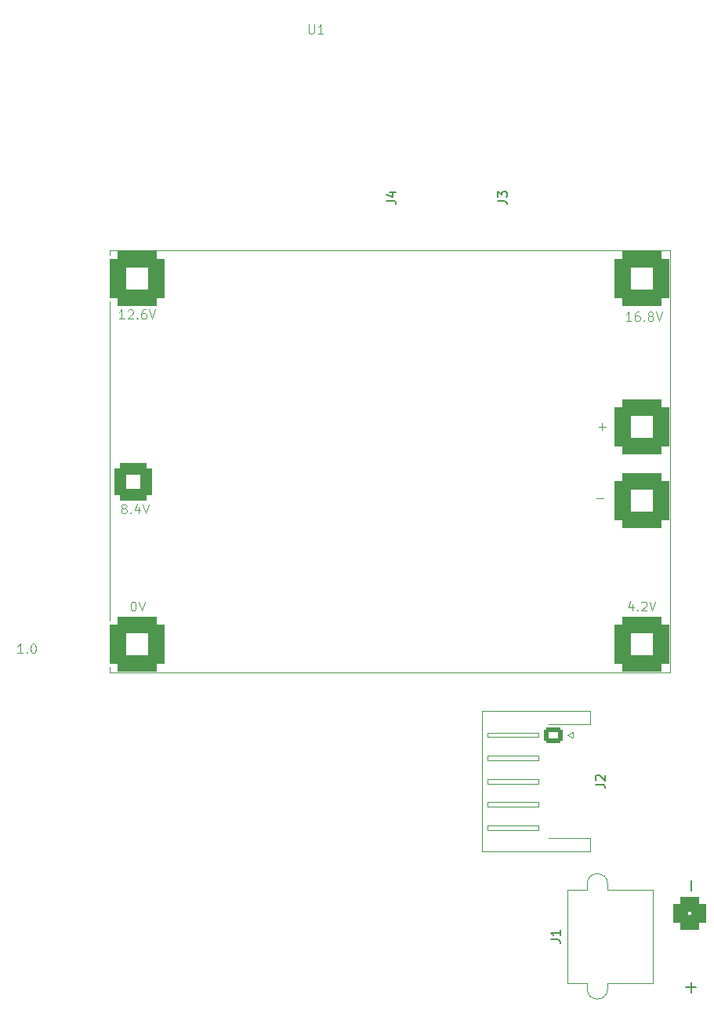
<source format=gto>
G04 #@! TF.GenerationSoftware,KiCad,Pcbnew,9.0.5*
G04 #@! TF.CreationDate,2025-12-18T19:52:08+01:00*
G04 #@! TF.ProjectId,peak-ignitor-box-bms,7065616b-2d69-4676-9e69-746f722d626f,rev?*
G04 #@! TF.SameCoordinates,Original*
G04 #@! TF.FileFunction,Legend,Top*
G04 #@! TF.FilePolarity,Positive*
%FSLAX46Y46*%
G04 Gerber Fmt 4.6, Leading zero omitted, Abs format (unit mm)*
G04 Created by KiCad (PCBNEW 9.0.5) date 2025-12-18 19:52:08*
%MOMM*%
%LPD*%
G01*
G04 APERTURE LIST*
G04 Aperture macros list*
%AMRoundRect*
0 Rectangle with rounded corners*
0 $1 Rounding radius*
0 $2 $3 $4 $5 $6 $7 $8 $9 X,Y pos of 4 corners*
0 Add a 4 corners polygon primitive as box body*
4,1,4,$2,$3,$4,$5,$6,$7,$8,$9,$2,$3,0*
0 Add four circle primitives for the rounded corners*
1,1,$1+$1,$2,$3*
1,1,$1+$1,$4,$5*
1,1,$1+$1,$6,$7*
1,1,$1+$1,$8,$9*
0 Add four rect primitives between the rounded corners*
20,1,$1+$1,$2,$3,$4,$5,0*
20,1,$1+$1,$4,$5,$6,$7,0*
20,1,$1+$1,$6,$7,$8,$9,0*
20,1,$1+$1,$8,$9,$2,$3,0*%
G04 Aperture macros list end*
%ADD10C,0.100000*%
%ADD11C,0.150000*%
%ADD12C,0.120000*%
%ADD13C,7.500000*%
%ADD14RoundRect,0.250000X-0.725000X0.600000X-0.725000X-0.600000X0.725000X-0.600000X0.725000X0.600000X0*%
%ADD15O,1.950000X1.700000*%
%ADD16RoundRect,0.900000X-2.100000X-2.100000X2.100000X-2.100000X2.100000X2.100000X-2.100000X2.100000X0*%
%ADD17RoundRect,0.600000X-1.400000X-1.400000X1.400000X-1.400000X1.400000X1.400000X-1.400000X1.400000X0*%
%ADD18C,1.400000*%
%ADD19RoundRect,0.770000X0.980000X-0.980000X0.980000X0.980000X-0.980000X0.980000X-0.980000X-0.980000X0*%
%ADD20C,3.500000*%
G04 APERTURE END LIST*
D10*
X80827693Y-77122419D02*
X80256265Y-77122419D01*
X80541979Y-77122419D02*
X80541979Y-76122419D01*
X80541979Y-76122419D02*
X80446741Y-76265276D01*
X80446741Y-76265276D02*
X80351503Y-76360514D01*
X80351503Y-76360514D02*
X80256265Y-76408133D01*
X81256265Y-77027180D02*
X81303884Y-77074800D01*
X81303884Y-77074800D02*
X81256265Y-77122419D01*
X81256265Y-77122419D02*
X81208646Y-77074800D01*
X81208646Y-77074800D02*
X81256265Y-77027180D01*
X81256265Y-77027180D02*
X81256265Y-77122419D01*
X81922931Y-76122419D02*
X82018169Y-76122419D01*
X82018169Y-76122419D02*
X82113407Y-76170038D01*
X82113407Y-76170038D02*
X82161026Y-76217657D01*
X82161026Y-76217657D02*
X82208645Y-76312895D01*
X82208645Y-76312895D02*
X82256264Y-76503371D01*
X82256264Y-76503371D02*
X82256264Y-76741466D01*
X82256264Y-76741466D02*
X82208645Y-76931942D01*
X82208645Y-76931942D02*
X82161026Y-77027180D01*
X82161026Y-77027180D02*
X82113407Y-77074800D01*
X82113407Y-77074800D02*
X82018169Y-77122419D01*
X82018169Y-77122419D02*
X81922931Y-77122419D01*
X81922931Y-77122419D02*
X81827693Y-77074800D01*
X81827693Y-77074800D02*
X81780074Y-77027180D01*
X81780074Y-77027180D02*
X81732455Y-76931942D01*
X81732455Y-76931942D02*
X81684836Y-76741466D01*
X81684836Y-76741466D02*
X81684836Y-76503371D01*
X81684836Y-76503371D02*
X81732455Y-76312895D01*
X81732455Y-76312895D02*
X81780074Y-76217657D01*
X81780074Y-76217657D02*
X81827693Y-76170038D01*
X81827693Y-76170038D02*
X81922931Y-76122419D01*
D11*
X120151411Y-28323718D02*
X120865696Y-28323718D01*
X120865696Y-28323718D02*
X121008553Y-28371337D01*
X121008553Y-28371337D02*
X121103792Y-28466575D01*
X121103792Y-28466575D02*
X121151411Y-28609432D01*
X121151411Y-28609432D02*
X121151411Y-28704670D01*
X120484744Y-27418956D02*
X121151411Y-27418956D01*
X120103792Y-27657051D02*
X120818077Y-27895146D01*
X120818077Y-27895146D02*
X120818077Y-27276099D01*
X132135935Y-28330034D02*
X132850220Y-28330034D01*
X132850220Y-28330034D02*
X132993077Y-28377653D01*
X132993077Y-28377653D02*
X133088316Y-28472891D01*
X133088316Y-28472891D02*
X133135935Y-28615748D01*
X133135935Y-28615748D02*
X133135935Y-28710986D01*
X132135935Y-27949081D02*
X132135935Y-27330034D01*
X132135935Y-27330034D02*
X132516887Y-27663367D01*
X132516887Y-27663367D02*
X132516887Y-27520510D01*
X132516887Y-27520510D02*
X132564506Y-27425272D01*
X132564506Y-27425272D02*
X132612125Y-27377653D01*
X132612125Y-27377653D02*
X132707363Y-27330034D01*
X132707363Y-27330034D02*
X132945458Y-27330034D01*
X132945458Y-27330034D02*
X133040696Y-27377653D01*
X133040696Y-27377653D02*
X133088316Y-27425272D01*
X133088316Y-27425272D02*
X133135935Y-27520510D01*
X133135935Y-27520510D02*
X133135935Y-27806224D01*
X133135935Y-27806224D02*
X133088316Y-27901462D01*
X133088316Y-27901462D02*
X133040696Y-27949081D01*
X142704819Y-91283333D02*
X143419104Y-91283333D01*
X143419104Y-91283333D02*
X143561961Y-91330952D01*
X143561961Y-91330952D02*
X143657200Y-91426190D01*
X143657200Y-91426190D02*
X143704819Y-91569047D01*
X143704819Y-91569047D02*
X143704819Y-91664285D01*
X142800057Y-90854761D02*
X142752438Y-90807142D01*
X142752438Y-90807142D02*
X142704819Y-90711904D01*
X142704819Y-90711904D02*
X142704819Y-90473809D01*
X142704819Y-90473809D02*
X142752438Y-90378571D01*
X142752438Y-90378571D02*
X142800057Y-90330952D01*
X142800057Y-90330952D02*
X142895295Y-90283333D01*
X142895295Y-90283333D02*
X142990533Y-90283333D01*
X142990533Y-90283333D02*
X143133390Y-90330952D01*
X143133390Y-90330952D02*
X143704819Y-90902380D01*
X143704819Y-90902380D02*
X143704819Y-90283333D01*
D10*
X111711964Y-9292548D02*
X111711964Y-10102071D01*
X111711964Y-10102071D02*
X111759583Y-10197309D01*
X111759583Y-10197309D02*
X111807202Y-10244929D01*
X111807202Y-10244929D02*
X111902440Y-10292548D01*
X111902440Y-10292548D02*
X112092916Y-10292548D01*
X112092916Y-10292548D02*
X112188154Y-10244929D01*
X112188154Y-10244929D02*
X112235773Y-10197309D01*
X112235773Y-10197309D02*
X112283392Y-10102071D01*
X112283392Y-10102071D02*
X112283392Y-9292548D01*
X113283392Y-10292548D02*
X112711964Y-10292548D01*
X112997678Y-10292548D02*
X112997678Y-9292548D01*
X112997678Y-9292548D02*
X112902440Y-9435405D01*
X112902440Y-9435405D02*
X112807202Y-9530643D01*
X112807202Y-9530643D02*
X112711964Y-9578262D01*
X91670610Y-61486119D02*
X91575372Y-61438500D01*
X91575372Y-61438500D02*
X91527753Y-61390881D01*
X91527753Y-61390881D02*
X91480134Y-61295643D01*
X91480134Y-61295643D02*
X91480134Y-61248024D01*
X91480134Y-61248024D02*
X91527753Y-61152786D01*
X91527753Y-61152786D02*
X91575372Y-61105167D01*
X91575372Y-61105167D02*
X91670610Y-61057548D01*
X91670610Y-61057548D02*
X91861086Y-61057548D01*
X91861086Y-61057548D02*
X91956324Y-61105167D01*
X91956324Y-61105167D02*
X92003943Y-61152786D01*
X92003943Y-61152786D02*
X92051562Y-61248024D01*
X92051562Y-61248024D02*
X92051562Y-61295643D01*
X92051562Y-61295643D02*
X92003943Y-61390881D01*
X92003943Y-61390881D02*
X91956324Y-61438500D01*
X91956324Y-61438500D02*
X91861086Y-61486119D01*
X91861086Y-61486119D02*
X91670610Y-61486119D01*
X91670610Y-61486119D02*
X91575372Y-61533738D01*
X91575372Y-61533738D02*
X91527753Y-61581357D01*
X91527753Y-61581357D02*
X91480134Y-61676595D01*
X91480134Y-61676595D02*
X91480134Y-61867071D01*
X91480134Y-61867071D02*
X91527753Y-61962309D01*
X91527753Y-61962309D02*
X91575372Y-62009929D01*
X91575372Y-62009929D02*
X91670610Y-62057548D01*
X91670610Y-62057548D02*
X91861086Y-62057548D01*
X91861086Y-62057548D02*
X91956324Y-62009929D01*
X91956324Y-62009929D02*
X92003943Y-61962309D01*
X92003943Y-61962309D02*
X92051562Y-61867071D01*
X92051562Y-61867071D02*
X92051562Y-61676595D01*
X92051562Y-61676595D02*
X92003943Y-61581357D01*
X92003943Y-61581357D02*
X91956324Y-61533738D01*
X91956324Y-61533738D02*
X91861086Y-61486119D01*
X92480134Y-61962309D02*
X92527753Y-62009929D01*
X92527753Y-62009929D02*
X92480134Y-62057548D01*
X92480134Y-62057548D02*
X92432515Y-62009929D01*
X92432515Y-62009929D02*
X92480134Y-61962309D01*
X92480134Y-61962309D02*
X92480134Y-62057548D01*
X93384895Y-61390881D02*
X93384895Y-62057548D01*
X93146800Y-61009929D02*
X92908705Y-61724214D01*
X92908705Y-61724214D02*
X93527752Y-61724214D01*
X93765848Y-61057548D02*
X94099181Y-62057548D01*
X94099181Y-62057548D02*
X94432514Y-61057548D01*
X92718229Y-71557548D02*
X92813467Y-71557548D01*
X92813467Y-71557548D02*
X92908705Y-71605167D01*
X92908705Y-71605167D02*
X92956324Y-71652786D01*
X92956324Y-71652786D02*
X93003943Y-71748024D01*
X93003943Y-71748024D02*
X93051562Y-71938500D01*
X93051562Y-71938500D02*
X93051562Y-72176595D01*
X93051562Y-72176595D02*
X93003943Y-72367071D01*
X93003943Y-72367071D02*
X92956324Y-72462309D01*
X92956324Y-72462309D02*
X92908705Y-72509929D01*
X92908705Y-72509929D02*
X92813467Y-72557548D01*
X92813467Y-72557548D02*
X92718229Y-72557548D01*
X92718229Y-72557548D02*
X92622991Y-72509929D01*
X92622991Y-72509929D02*
X92575372Y-72462309D01*
X92575372Y-72462309D02*
X92527753Y-72367071D01*
X92527753Y-72367071D02*
X92480134Y-72176595D01*
X92480134Y-72176595D02*
X92480134Y-71938500D01*
X92480134Y-71938500D02*
X92527753Y-71748024D01*
X92527753Y-71748024D02*
X92575372Y-71652786D01*
X92575372Y-71652786D02*
X92622991Y-71605167D01*
X92622991Y-71605167D02*
X92718229Y-71557548D01*
X93337277Y-71557548D02*
X93670610Y-72557548D01*
X93670610Y-72557548D02*
X94003943Y-71557548D01*
X143027753Y-52676595D02*
X143789658Y-52676595D01*
X143408705Y-53057548D02*
X143408705Y-52295643D01*
X91801562Y-41057548D02*
X91230134Y-41057548D01*
X91515848Y-41057548D02*
X91515848Y-40057548D01*
X91515848Y-40057548D02*
X91420610Y-40200405D01*
X91420610Y-40200405D02*
X91325372Y-40295643D01*
X91325372Y-40295643D02*
X91230134Y-40343262D01*
X92182515Y-40152786D02*
X92230134Y-40105167D01*
X92230134Y-40105167D02*
X92325372Y-40057548D01*
X92325372Y-40057548D02*
X92563467Y-40057548D01*
X92563467Y-40057548D02*
X92658705Y-40105167D01*
X92658705Y-40105167D02*
X92706324Y-40152786D01*
X92706324Y-40152786D02*
X92753943Y-40248024D01*
X92753943Y-40248024D02*
X92753943Y-40343262D01*
X92753943Y-40343262D02*
X92706324Y-40486119D01*
X92706324Y-40486119D02*
X92134896Y-41057548D01*
X92134896Y-41057548D02*
X92753943Y-41057548D01*
X93182515Y-40962309D02*
X93230134Y-41009929D01*
X93230134Y-41009929D02*
X93182515Y-41057548D01*
X93182515Y-41057548D02*
X93134896Y-41009929D01*
X93134896Y-41009929D02*
X93182515Y-40962309D01*
X93182515Y-40962309D02*
X93182515Y-41057548D01*
X94087276Y-40057548D02*
X93896800Y-40057548D01*
X93896800Y-40057548D02*
X93801562Y-40105167D01*
X93801562Y-40105167D02*
X93753943Y-40152786D01*
X93753943Y-40152786D02*
X93658705Y-40295643D01*
X93658705Y-40295643D02*
X93611086Y-40486119D01*
X93611086Y-40486119D02*
X93611086Y-40867071D01*
X93611086Y-40867071D02*
X93658705Y-40962309D01*
X93658705Y-40962309D02*
X93706324Y-41009929D01*
X93706324Y-41009929D02*
X93801562Y-41057548D01*
X93801562Y-41057548D02*
X93992038Y-41057548D01*
X93992038Y-41057548D02*
X94087276Y-41009929D01*
X94087276Y-41009929D02*
X94134895Y-40962309D01*
X94134895Y-40962309D02*
X94182514Y-40867071D01*
X94182514Y-40867071D02*
X94182514Y-40628976D01*
X94182514Y-40628976D02*
X94134895Y-40533738D01*
X94134895Y-40533738D02*
X94087276Y-40486119D01*
X94087276Y-40486119D02*
X93992038Y-40438500D01*
X93992038Y-40438500D02*
X93801562Y-40438500D01*
X93801562Y-40438500D02*
X93706324Y-40486119D01*
X93706324Y-40486119D02*
X93658705Y-40533738D01*
X93658705Y-40533738D02*
X93611086Y-40628976D01*
X94468229Y-40057548D02*
X94801562Y-41057548D01*
X94801562Y-41057548D02*
X95134895Y-40057548D01*
X146551562Y-41307548D02*
X145980134Y-41307548D01*
X146265848Y-41307548D02*
X146265848Y-40307548D01*
X146265848Y-40307548D02*
X146170610Y-40450405D01*
X146170610Y-40450405D02*
X146075372Y-40545643D01*
X146075372Y-40545643D02*
X145980134Y-40593262D01*
X147408705Y-40307548D02*
X147218229Y-40307548D01*
X147218229Y-40307548D02*
X147122991Y-40355167D01*
X147122991Y-40355167D02*
X147075372Y-40402786D01*
X147075372Y-40402786D02*
X146980134Y-40545643D01*
X146980134Y-40545643D02*
X146932515Y-40736119D01*
X146932515Y-40736119D02*
X146932515Y-41117071D01*
X146932515Y-41117071D02*
X146980134Y-41212309D01*
X146980134Y-41212309D02*
X147027753Y-41259929D01*
X147027753Y-41259929D02*
X147122991Y-41307548D01*
X147122991Y-41307548D02*
X147313467Y-41307548D01*
X147313467Y-41307548D02*
X147408705Y-41259929D01*
X147408705Y-41259929D02*
X147456324Y-41212309D01*
X147456324Y-41212309D02*
X147503943Y-41117071D01*
X147503943Y-41117071D02*
X147503943Y-40878976D01*
X147503943Y-40878976D02*
X147456324Y-40783738D01*
X147456324Y-40783738D02*
X147408705Y-40736119D01*
X147408705Y-40736119D02*
X147313467Y-40688500D01*
X147313467Y-40688500D02*
X147122991Y-40688500D01*
X147122991Y-40688500D02*
X147027753Y-40736119D01*
X147027753Y-40736119D02*
X146980134Y-40783738D01*
X146980134Y-40783738D02*
X146932515Y-40878976D01*
X147932515Y-41212309D02*
X147980134Y-41259929D01*
X147980134Y-41259929D02*
X147932515Y-41307548D01*
X147932515Y-41307548D02*
X147884896Y-41259929D01*
X147884896Y-41259929D02*
X147932515Y-41212309D01*
X147932515Y-41212309D02*
X147932515Y-41307548D01*
X148551562Y-40736119D02*
X148456324Y-40688500D01*
X148456324Y-40688500D02*
X148408705Y-40640881D01*
X148408705Y-40640881D02*
X148361086Y-40545643D01*
X148361086Y-40545643D02*
X148361086Y-40498024D01*
X148361086Y-40498024D02*
X148408705Y-40402786D01*
X148408705Y-40402786D02*
X148456324Y-40355167D01*
X148456324Y-40355167D02*
X148551562Y-40307548D01*
X148551562Y-40307548D02*
X148742038Y-40307548D01*
X148742038Y-40307548D02*
X148837276Y-40355167D01*
X148837276Y-40355167D02*
X148884895Y-40402786D01*
X148884895Y-40402786D02*
X148932514Y-40498024D01*
X148932514Y-40498024D02*
X148932514Y-40545643D01*
X148932514Y-40545643D02*
X148884895Y-40640881D01*
X148884895Y-40640881D02*
X148837276Y-40688500D01*
X148837276Y-40688500D02*
X148742038Y-40736119D01*
X148742038Y-40736119D02*
X148551562Y-40736119D01*
X148551562Y-40736119D02*
X148456324Y-40783738D01*
X148456324Y-40783738D02*
X148408705Y-40831357D01*
X148408705Y-40831357D02*
X148361086Y-40926595D01*
X148361086Y-40926595D02*
X148361086Y-41117071D01*
X148361086Y-41117071D02*
X148408705Y-41212309D01*
X148408705Y-41212309D02*
X148456324Y-41259929D01*
X148456324Y-41259929D02*
X148551562Y-41307548D01*
X148551562Y-41307548D02*
X148742038Y-41307548D01*
X148742038Y-41307548D02*
X148837276Y-41259929D01*
X148837276Y-41259929D02*
X148884895Y-41212309D01*
X148884895Y-41212309D02*
X148932514Y-41117071D01*
X148932514Y-41117071D02*
X148932514Y-40926595D01*
X148932514Y-40926595D02*
X148884895Y-40831357D01*
X148884895Y-40831357D02*
X148837276Y-40783738D01*
X148837276Y-40783738D02*
X148742038Y-40736119D01*
X149218229Y-40307548D02*
X149551562Y-41307548D01*
X149551562Y-41307548D02*
X149884895Y-40307548D01*
X146706324Y-71890881D02*
X146706324Y-72557548D01*
X146468229Y-71509929D02*
X146230134Y-72224214D01*
X146230134Y-72224214D02*
X146849181Y-72224214D01*
X147230134Y-72462309D02*
X147277753Y-72509929D01*
X147277753Y-72509929D02*
X147230134Y-72557548D01*
X147230134Y-72557548D02*
X147182515Y-72509929D01*
X147182515Y-72509929D02*
X147230134Y-72462309D01*
X147230134Y-72462309D02*
X147230134Y-72557548D01*
X147658705Y-71652786D02*
X147706324Y-71605167D01*
X147706324Y-71605167D02*
X147801562Y-71557548D01*
X147801562Y-71557548D02*
X148039657Y-71557548D01*
X148039657Y-71557548D02*
X148134895Y-71605167D01*
X148134895Y-71605167D02*
X148182514Y-71652786D01*
X148182514Y-71652786D02*
X148230133Y-71748024D01*
X148230133Y-71748024D02*
X148230133Y-71843262D01*
X148230133Y-71843262D02*
X148182514Y-71986119D01*
X148182514Y-71986119D02*
X147611086Y-72557548D01*
X147611086Y-72557548D02*
X148230133Y-72557548D01*
X148515848Y-71557548D02*
X148849181Y-72557548D01*
X148849181Y-72557548D02*
X149182514Y-71557548D01*
X142777753Y-60426595D02*
X143539658Y-60426595D01*
D11*
X137863837Y-108028440D02*
X138578122Y-108028440D01*
X138578122Y-108028440D02*
X138720979Y-108076059D01*
X138720979Y-108076059D02*
X138816218Y-108171297D01*
X138816218Y-108171297D02*
X138863837Y-108314154D01*
X138863837Y-108314154D02*
X138863837Y-108409392D01*
X138863837Y-107028440D02*
X138863837Y-107599868D01*
X138863837Y-107314154D02*
X137863837Y-107314154D01*
X137863837Y-107314154D02*
X138006694Y-107409392D01*
X138006694Y-107409392D02*
X138101932Y-107504630D01*
X138101932Y-107504630D02*
X138149551Y-107599868D01*
X153023718Y-102766535D02*
X153023718Y-101623678D01*
X153023718Y-113766535D02*
X153023718Y-112623678D01*
X153595146Y-113195106D02*
X152452289Y-113195106D01*
D12*
X142160000Y-83390000D02*
X142160000Y-84810000D01*
X130440000Y-83390000D02*
X142160000Y-83390000D01*
X142160000Y-84810000D02*
X137660000Y-84810000D01*
X140250000Y-85650000D02*
X140250000Y-86250000D01*
X136550000Y-85700000D02*
X131050000Y-85700000D01*
X131050000Y-85700000D02*
X131050000Y-86200000D01*
X139650000Y-85950000D02*
X140250000Y-85650000D01*
X136550000Y-86200000D02*
X136550000Y-85700000D01*
X131050000Y-86200000D02*
X136550000Y-86200000D01*
X140250000Y-86250000D02*
X139650000Y-85950000D01*
X136550000Y-88200000D02*
X131050000Y-88200000D01*
X131050000Y-88200000D02*
X131050000Y-88700000D01*
X136550000Y-88700000D02*
X136550000Y-88200000D01*
X131050000Y-88700000D02*
X136550000Y-88700000D01*
X136550000Y-90700000D02*
X131050000Y-90700000D01*
X131050000Y-90700000D02*
X131050000Y-91200000D01*
X130440000Y-90950000D02*
X130440000Y-83390000D01*
X130440000Y-90950000D02*
X130440000Y-98510000D01*
X136550000Y-91200000D02*
X136550000Y-90700000D01*
X131050000Y-91200000D02*
X136550000Y-91200000D01*
X136550000Y-93200000D02*
X131050000Y-93200000D01*
X131050000Y-93200000D02*
X131050000Y-93700000D01*
X136550000Y-93700000D02*
X136550000Y-93200000D01*
X131050000Y-93700000D02*
X136550000Y-93700000D01*
X136550000Y-95700000D02*
X131050000Y-95700000D01*
X131050000Y-95700000D02*
X131050000Y-96200000D01*
X136550000Y-96200000D02*
X136550000Y-95700000D01*
X131050000Y-96200000D02*
X136550000Y-96200000D01*
X142160000Y-97090000D02*
X137660000Y-97090000D01*
X142160000Y-98510000D02*
X142160000Y-97090000D01*
X130440000Y-98510000D02*
X142160000Y-98510000D01*
D10*
X90223869Y-33685129D02*
X150723869Y-33685129D01*
X150723869Y-79185129D01*
X90223869Y-79185129D01*
X90223869Y-33685129D01*
D12*
X141799018Y-113345107D02*
X141799018Y-112755107D01*
X144019018Y-113345107D02*
X144019018Y-112755107D01*
X139699018Y-112755107D02*
X141799018Y-112755107D01*
X139699018Y-112755107D02*
X139699018Y-102635107D01*
X144019018Y-112755107D02*
X148919018Y-112755107D01*
X148919018Y-112755107D02*
X148919018Y-102635107D01*
X139699018Y-102635107D02*
X141799018Y-102635107D01*
X141799018Y-102635107D02*
X141799018Y-102045107D01*
X144019018Y-102635107D02*
X148919018Y-102635107D01*
X144019018Y-102635107D02*
X144019018Y-102045107D01*
X144019018Y-113345107D02*
G75*
G02*
X141799018Y-113345107I-1110000J0D01*
G01*
X141799018Y-102045107D02*
G75*
G02*
X144019018Y-102045107I1110000J0D01*
G01*
%LPC*%
D13*
X115996592Y-27990385D03*
X127981116Y-27996701D03*
D14*
X138150000Y-85950000D03*
D15*
X138150000Y-88450000D03*
X138150000Y-90950000D03*
X138150000Y-93450000D03*
X138150000Y-95950000D03*
D16*
X147723869Y-52685129D03*
X147723869Y-60685129D03*
X93223869Y-76185129D03*
X147723869Y-76185129D03*
D17*
X92723869Y-58685129D03*
D16*
X93223869Y-36685129D03*
X147723869Y-36685129D03*
D18*
X142909018Y-113195107D03*
X142909018Y-102195107D03*
D19*
X152909018Y-105195107D03*
D20*
X152909018Y-110195107D03*
%LPD*%
M02*

</source>
